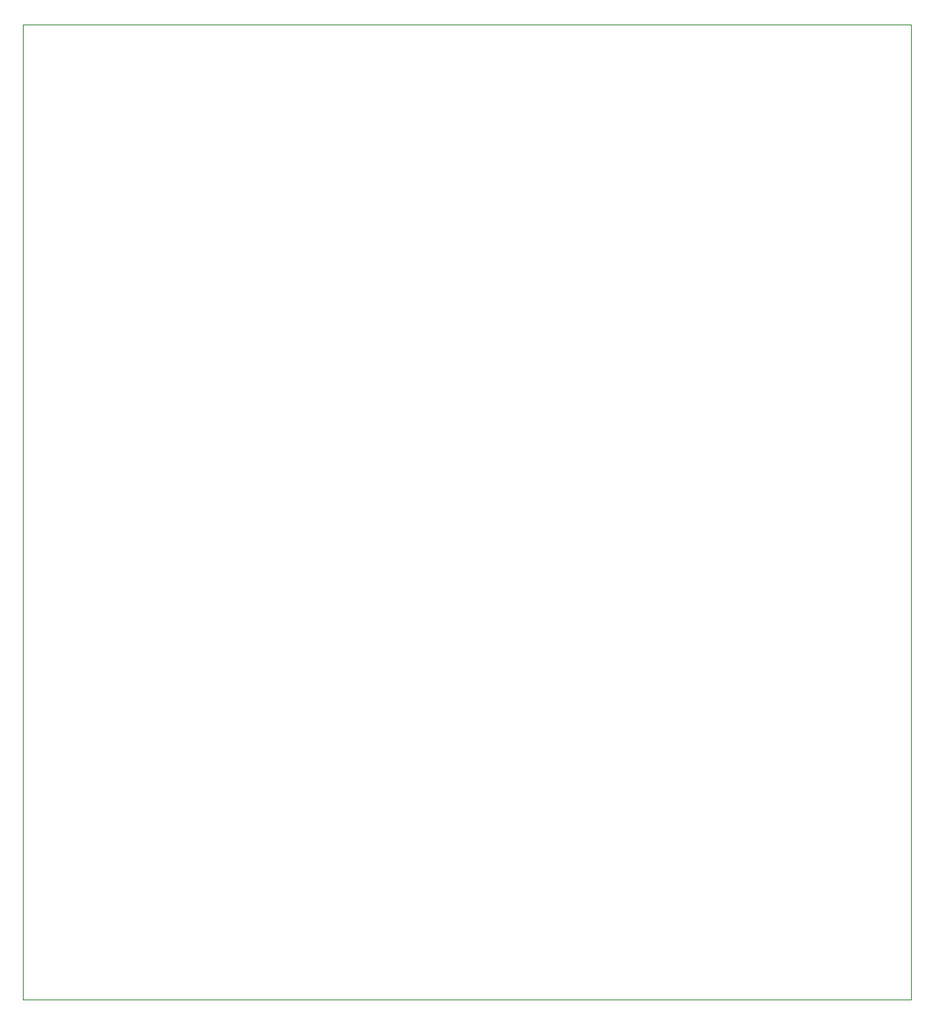
<source format=gm1>
G04 #@! TF.GenerationSoftware,KiCad,Pcbnew,7.0.5*
G04 #@! TF.CreationDate,2023-07-21T20:52:10-04:00*
G04 #@! TF.ProjectId,robotica,726f626f-7469-4636-912e-6b696361645f,rev?*
G04 #@! TF.SameCoordinates,Original*
G04 #@! TF.FileFunction,Profile,NP*
%FSLAX46Y46*%
G04 Gerber Fmt 4.6, Leading zero omitted, Abs format (unit mm)*
G04 Created by KiCad (PCBNEW 7.0.5) date 2023-07-21 20:52:10*
%MOMM*%
%LPD*%
G01*
G04 APERTURE LIST*
G04 #@! TA.AperFunction,Profile*
%ADD10C,0.100000*%
G04 #@! TD*
G04 APERTURE END LIST*
D10*
X47396400Y-58978800D02*
X139496800Y-58978800D01*
X139496800Y-160020000D01*
X47396400Y-160020000D01*
X47396400Y-58978800D01*
M02*

</source>
